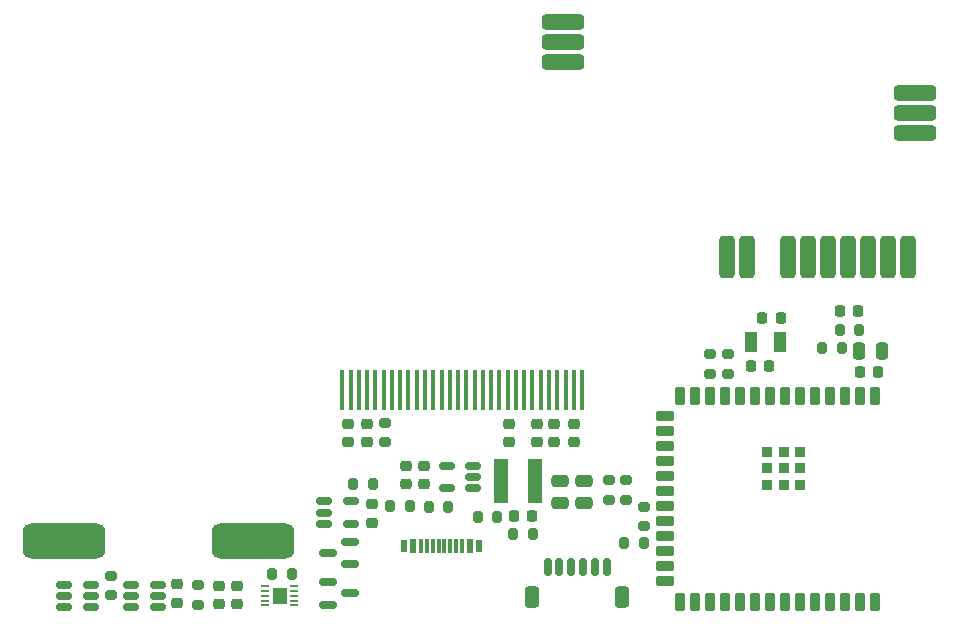
<source format=gbr>
%TF.GenerationSoftware,KiCad,Pcbnew,7.0.10*%
%TF.CreationDate,2024-02-06T18:38:26-08:00*%
%TF.ProjectId,main_board,6d61696e-5f62-46f6-9172-642e6b696361,rev?*%
%TF.SameCoordinates,Original*%
%TF.FileFunction,Paste,Top*%
%TF.FilePolarity,Positive*%
%FSLAX46Y46*%
G04 Gerber Fmt 4.6, Leading zero omitted, Abs format (unit mm)*
G04 Created by KiCad (PCBNEW 7.0.10) date 2024-02-06 18:38:26*
%MOMM*%
%LPD*%
G01*
G04 APERTURE LIST*
G04 Aperture macros list*
%AMRoundRect*
0 Rectangle with rounded corners*
0 $1 Rounding radius*
0 $2 $3 $4 $5 $6 $7 $8 $9 X,Y pos of 4 corners*
0 Add a 4 corners polygon primitive as box body*
4,1,4,$2,$3,$4,$5,$6,$7,$8,$9,$2,$3,0*
0 Add four circle primitives for the rounded corners*
1,1,$1+$1,$2,$3*
1,1,$1+$1,$4,$5*
1,1,$1+$1,$6,$7*
1,1,$1+$1,$8,$9*
0 Add four rect primitives between the rounded corners*
20,1,$1+$1,$2,$3,$4,$5,0*
20,1,$1+$1,$4,$5,$6,$7,0*
20,1,$1+$1,$6,$7,$8,$9,0*
20,1,$1+$1,$8,$9,$2,$3,0*%
G04 Aperture macros list end*
%ADD10RoundRect,0.200000X0.200000X0.275000X-0.200000X0.275000X-0.200000X-0.275000X0.200000X-0.275000X0*%
%ADD11RoundRect,0.150000X-0.512500X-0.150000X0.512500X-0.150000X0.512500X0.150000X-0.512500X0.150000X0*%
%ADD12RoundRect,0.250000X-0.250000X-0.475000X0.250000X-0.475000X0.250000X0.475000X-0.250000X0.475000X0*%
%ADD13RoundRect,0.200000X-0.275000X0.200000X-0.275000X-0.200000X0.275000X-0.200000X0.275000X0.200000X0*%
%ADD14RoundRect,0.225000X-0.250000X0.225000X-0.250000X-0.225000X0.250000X-0.225000X0.250000X0.225000X0*%
%ADD15RoundRect,0.150000X0.512500X0.150000X-0.512500X0.150000X-0.512500X-0.150000X0.512500X-0.150000X0*%
%ADD16RoundRect,0.200000X-0.200000X-0.275000X0.200000X-0.275000X0.200000X0.275000X-0.200000X0.275000X0*%
%ADD17RoundRect,0.225000X0.250000X-0.225000X0.250000X0.225000X-0.250000X0.225000X-0.250000X-0.225000X0*%
%ADD18RoundRect,0.225000X-0.225000X-0.250000X0.225000X-0.250000X0.225000X0.250000X-0.225000X0.250000X0*%
%ADD19RoundRect,0.225000X0.225000X0.250000X-0.225000X0.250000X-0.225000X-0.250000X0.225000X-0.250000X0*%
%ADD20RoundRect,0.225000X-0.225000X0.525000X-0.225000X-0.525000X0.225000X-0.525000X0.225000X0.525000X0*%
%ADD21RoundRect,0.225000X-0.525000X-0.225000X0.525000X-0.225000X0.525000X0.225000X-0.525000X0.225000X0*%
%ADD22RoundRect,0.225000X0.225000X-0.525000X0.225000X0.525000X-0.225000X0.525000X-0.225000X-0.525000X0*%
%ADD23RoundRect,0.225000X0.225000X-0.225000X0.225000X0.225000X-0.225000X0.225000X-0.225000X-0.225000X0*%
%ADD24R,0.400000X3.500000*%
%ADD25R,0.650000X0.200000*%
%ADD26R,1.300000X1.400000*%
%ADD27RoundRect,0.150000X0.150000X0.625000X-0.150000X0.625000X-0.150000X-0.625000X0.150000X-0.625000X0*%
%ADD28RoundRect,0.250000X0.350000X0.650000X-0.350000X0.650000X-0.350000X-0.650000X0.350000X-0.650000X0*%
%ADD29RoundRect,0.750000X2.750000X0.750000X-2.750000X0.750000X-2.750000X-0.750000X2.750000X-0.750000X0*%
%ADD30R,1.000000X1.800000*%
%ADD31R,1.300000X3.700000*%
%ADD32RoundRect,0.150000X0.587500X0.150000X-0.587500X0.150000X-0.587500X-0.150000X0.587500X-0.150000X0*%
%ADD33RoundRect,0.200000X0.275000X-0.200000X0.275000X0.200000X-0.275000X0.200000X-0.275000X-0.200000X0*%
%ADD34RoundRect,0.250000X-0.475000X0.250000X-0.475000X-0.250000X0.475000X-0.250000X0.475000X0.250000X0*%
%ADD35RoundRect,0.325000X-1.475000X-0.325000X1.475000X-0.325000X1.475000X0.325000X-1.475000X0.325000X0*%
%ADD36RoundRect,0.325000X0.325000X-1.475000X0.325000X1.475000X-0.325000X1.475000X-0.325000X-1.475000X0*%
%ADD37R,0.600000X1.055000*%
%ADD38R,0.600000X1.150000*%
%ADD39R,0.300000X1.150000*%
%ADD40RoundRect,0.150000X-0.587500X-0.150000X0.587500X-0.150000X0.587500X0.150000X-0.587500X0.150000X0*%
G04 APERTURE END LIST*
D10*
%TO.C,R14*%
X34925000Y12687500D03*
X33275000Y12687500D03*
%TD*%
D11*
%TO.C,U6*%
X8797500Y4126875D03*
X8797500Y3176875D03*
X8797500Y2226875D03*
X11072500Y2226875D03*
X11072500Y3176875D03*
X11072500Y4126875D03*
%TD*%
D12*
%TO.C,C7*%
X76125000Y23925000D03*
X78025000Y23925000D03*
%TD*%
D13*
%TO.C,R6*%
X20140000Y4067500D03*
X20140000Y2417500D03*
%TD*%
D14*
%TO.C,C22*%
X23410000Y4015000D03*
X23410000Y2465000D03*
%TD*%
D10*
%TO.C,R2*%
X76100000Y25725000D03*
X74450000Y25725000D03*
%TD*%
D15*
%TO.C,U3*%
X43450000Y12300000D03*
X43450000Y13250000D03*
X43450000Y14200000D03*
X41175000Y14200000D03*
X41175000Y12300000D03*
%TD*%
D10*
%TO.C,R8*%
X45475000Y9900000D03*
X43825000Y9900000D03*
%TD*%
D16*
%TO.C,R7*%
X46812500Y8445000D03*
X48462500Y8445000D03*
%TD*%
D17*
%TO.C,C14*%
X18385000Y2601875D03*
X18385000Y4151875D03*
%TD*%
D14*
%TO.C,C21*%
X21950000Y4015000D03*
X21950000Y2465000D03*
%TD*%
D18*
%TO.C,C8*%
X76150000Y22125000D03*
X77700000Y22125000D03*
%TD*%
D14*
%TO.C,C2*%
X50300000Y17775000D03*
X50300000Y16225000D03*
%TD*%
D19*
%TO.C,C17*%
X48412500Y9920000D03*
X46862500Y9920000D03*
%TD*%
D13*
%TO.C,R9*%
X54887500Y12975000D03*
X54887500Y11325000D03*
%TD*%
D20*
%TO.C,U2*%
X77435000Y20150000D03*
X76165000Y20150000D03*
X74895000Y20150000D03*
X73625000Y20150000D03*
X72355000Y20150000D03*
X71085000Y20150000D03*
X69815000Y20150000D03*
X68545000Y20150000D03*
X67275000Y20150000D03*
X66005000Y20150000D03*
X64735000Y20150000D03*
X63465000Y20150000D03*
X62195000Y20150000D03*
X60925000Y20150000D03*
D21*
X59675000Y18385000D03*
X59675000Y17115000D03*
X59675000Y15845000D03*
X59675000Y14575000D03*
X59675000Y13305000D03*
X59675000Y12035000D03*
X59675000Y10765000D03*
X59675000Y9495000D03*
X59675000Y8225000D03*
X59675000Y6955000D03*
X59675000Y5685000D03*
X59675000Y4415000D03*
D22*
X60925000Y2650000D03*
X62195000Y2650000D03*
X63465000Y2650000D03*
X64735000Y2650000D03*
X66005000Y2650000D03*
X67275000Y2650000D03*
X68545000Y2650000D03*
X69815000Y2650000D03*
X71085000Y2650000D03*
X72355000Y2650000D03*
X73625000Y2650000D03*
X74895000Y2650000D03*
X76165000Y2650000D03*
X77435000Y2650000D03*
D23*
X71115000Y15400000D03*
X69715000Y15400000D03*
X68315000Y15400000D03*
X71115000Y14000000D03*
X69715000Y14000000D03*
X68315000Y14000000D03*
X71115000Y12600000D03*
X69715000Y12600000D03*
X68315000Y12600000D03*
%TD*%
D24*
%TO.C,U1*%
X52650000Y20650000D03*
X51950000Y20650000D03*
X51250000Y20650000D03*
X50550000Y20650000D03*
X49850000Y20650000D03*
X49150000Y20650000D03*
X48450000Y20650000D03*
X47750000Y20650000D03*
X47050000Y20650000D03*
X46350000Y20650000D03*
X45650000Y20650000D03*
X44950000Y20650000D03*
X44250000Y20650000D03*
X43550000Y20650000D03*
X42850000Y20650000D03*
X42150000Y20650000D03*
X41450000Y20650000D03*
X40750000Y20650000D03*
X40050000Y20650000D03*
X39350000Y20650000D03*
X38650000Y20650000D03*
X37950000Y20650000D03*
X37250000Y20650000D03*
X36550000Y20650000D03*
X35850000Y20650000D03*
X35150000Y20650000D03*
X34450000Y20650000D03*
X33750000Y20650000D03*
X33050000Y20650000D03*
X32350000Y20650000D03*
%TD*%
D13*
%TO.C,R5*%
X65000000Y23625000D03*
X65000000Y21975000D03*
%TD*%
D19*
%TO.C,C13*%
X68500000Y22675000D03*
X66950000Y22675000D03*
%TD*%
D14*
%TO.C,C15*%
X39250000Y14175000D03*
X39250000Y12625000D03*
%TD*%
%TO.C,C16*%
X37700000Y14175000D03*
X37700000Y12625000D03*
%TD*%
%TO.C,C1*%
X51950000Y17775000D03*
X51950000Y16225000D03*
%TD*%
D25*
%TO.C,U7*%
X28277820Y2393125D03*
X28277820Y2793125D03*
X28277820Y3193125D03*
X28277820Y3593125D03*
X28277820Y3993125D03*
X25827820Y3993125D03*
X25827820Y3593125D03*
X25827820Y3193125D03*
X25827820Y2793125D03*
X25827820Y2393125D03*
D26*
X27052820Y3193125D03*
%TD*%
D27*
%TO.C,J2*%
X54725000Y5650000D03*
X53725000Y5650000D03*
X52725000Y5650000D03*
X51725000Y5650000D03*
X50725000Y5650000D03*
X49725000Y5650000D03*
D28*
X56025000Y3125000D03*
X48425000Y3125000D03*
%TD*%
D17*
%TO.C,C3*%
X48800000Y16225000D03*
X48800000Y17775000D03*
%TD*%
D18*
%TO.C,C9*%
X74500000Y27275000D03*
X76050000Y27275000D03*
%TD*%
D29*
%TO.C,BT1*%
X24800000Y7800000D03*
X8800000Y7800000D03*
%TD*%
D17*
%TO.C,C6*%
X32800000Y16225000D03*
X32800000Y17775000D03*
%TD*%
D16*
%TO.C,R19*%
X36400000Y10825000D03*
X38050000Y10825000D03*
%TD*%
D11*
%TO.C,U4*%
X30837500Y11187500D03*
X30837500Y10237500D03*
X30837500Y9287500D03*
X33112500Y9287500D03*
X33112500Y11187500D03*
%TD*%
D17*
%TO.C,C4*%
X46500000Y16225000D03*
X46500000Y17775000D03*
%TD*%
D13*
%TO.C,R1*%
X36000000Y17825000D03*
X36000000Y16175000D03*
%TD*%
D30*
%TO.C,Y1*%
X66925000Y24675000D03*
X69425000Y24675000D03*
%TD*%
D17*
%TO.C,C5*%
X34450000Y16225000D03*
X34450000Y17775000D03*
%TD*%
D31*
%TO.C,L1*%
X48700000Y12900000D03*
X45800000Y12900000D03*
%TD*%
D16*
%TO.C,R12*%
X56200000Y7675000D03*
X57850000Y7675000D03*
%TD*%
%TO.C,R20*%
X39650000Y10725000D03*
X41300000Y10725000D03*
%TD*%
D13*
%TO.C,R11*%
X56362500Y12975000D03*
X56362500Y11325000D03*
%TD*%
D32*
%TO.C,Q3*%
X33037500Y5850000D03*
X33037500Y7750000D03*
X31162500Y6800000D03*
%TD*%
D17*
%TO.C,C19*%
X34850000Y9387500D03*
X34850000Y10937500D03*
%TD*%
D33*
%TO.C,R15*%
X12760000Y3227500D03*
X12760000Y4877500D03*
%TD*%
%TO.C,R4*%
X63500000Y21975000D03*
X63500000Y23625000D03*
%TD*%
D34*
%TO.C,C20*%
X50760000Y12950000D03*
X50760000Y11050000D03*
%TD*%
D35*
%TO.C,M1*%
X51000000Y51762500D03*
X51000000Y50062500D03*
X51000000Y48362500D03*
D36*
X64950000Y31862500D03*
X66650000Y31862500D03*
X70050000Y31862500D03*
X71750000Y31862500D03*
X73450000Y31862500D03*
X75150000Y31862500D03*
X76850000Y31862500D03*
X78550000Y31862500D03*
X80250000Y31862500D03*
D35*
X80800000Y42362500D03*
X80800000Y44062500D03*
X80800000Y45762500D03*
%TD*%
D10*
%TO.C,R3*%
X74650000Y24175000D03*
X73000000Y24175000D03*
%TD*%
%TO.C,R18*%
X28055000Y5070000D03*
X26405000Y5070000D03*
%TD*%
D18*
%TO.C,C12*%
X67900000Y26675000D03*
X69450000Y26675000D03*
%TD*%
D34*
%TO.C,C18*%
X52850000Y12950000D03*
X52850000Y11050000D03*
%TD*%
D33*
%TO.C,R13*%
X57900000Y9075000D03*
X57900000Y10725000D03*
%TD*%
D37*
%TO.C,J1*%
X37550000Y7422500D03*
D38*
X38350000Y7375000D03*
D39*
X39500000Y7375000D03*
X40500000Y7375000D03*
X41000000Y7375000D03*
X42000000Y7375000D03*
D38*
X43150000Y7375000D03*
D37*
X43950000Y7422500D03*
X43950000Y7422500D03*
D38*
X43150000Y7375000D03*
D39*
X42500000Y7375000D03*
X41500000Y7375000D03*
X40000000Y7375000D03*
X39000000Y7375000D03*
D38*
X38350000Y7375000D03*
D37*
X37550000Y7422500D03*
%TD*%
D11*
%TO.C,U5*%
X14447500Y4126875D03*
X14447500Y3176875D03*
X14447500Y2226875D03*
X16722500Y2226875D03*
X16722500Y3176875D03*
X16722500Y4126875D03*
%TD*%
D40*
%TO.C,D1*%
X31162500Y4350000D03*
X31162500Y2450000D03*
X33037500Y3400000D03*
%TD*%
M02*

</source>
